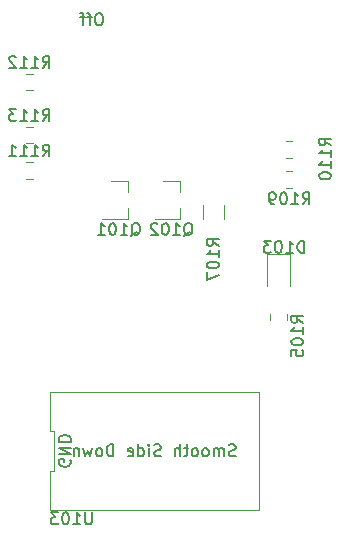
<source format=gbo>
G04 #@! TF.GenerationSoftware,KiCad,Pcbnew,(5.1.0-0)*
G04 #@! TF.CreationDate,2019-10-12T10:13:56-07:00*
G04 #@! TF.ProjectId,BB-Mainboard-0,42422d4d-6169-46e6-926f-6172642d302e,rev?*
G04 #@! TF.SameCoordinates,Original*
G04 #@! TF.FileFunction,Legend,Bot*
G04 #@! TF.FilePolarity,Positive*
%FSLAX46Y46*%
G04 Gerber Fmt 4.6, Leading zero omitted, Abs format (unit mm)*
G04 Created by KiCad (PCBNEW (5.1.0-0)) date 2019-10-12 10:13:56*
%MOMM*%
%LPD*%
G04 APERTURE LIST*
%ADD10C,0.150000*%
%ADD11C,0.120000*%
G04 APERTURE END LIST*
D10*
X115416666Y-37202380D02*
X115226190Y-37202380D01*
X115130952Y-37250000D01*
X115035714Y-37345238D01*
X114988095Y-37535714D01*
X114988095Y-37869047D01*
X115035714Y-38059523D01*
X115130952Y-38154761D01*
X115226190Y-38202380D01*
X115416666Y-38202380D01*
X115511904Y-38154761D01*
X115607142Y-38059523D01*
X115654761Y-37869047D01*
X115654761Y-37535714D01*
X115607142Y-37345238D01*
X115511904Y-37250000D01*
X115416666Y-37202380D01*
X114702380Y-37535714D02*
X114321428Y-37535714D01*
X114559523Y-38202380D02*
X114559523Y-37345238D01*
X114511904Y-37250000D01*
X114416666Y-37202380D01*
X114321428Y-37202380D01*
X114130952Y-37535714D02*
X113750000Y-37535714D01*
X113988095Y-38202380D02*
X113988095Y-37345238D01*
X113940476Y-37250000D01*
X113845238Y-37202380D01*
X113750000Y-37202380D01*
D11*
X111130000Y-72570001D02*
X111130000Y-69230001D01*
X111490000Y-72570001D02*
X111130000Y-72570001D01*
X111490000Y-75910000D02*
X111490000Y-72570001D01*
X111130000Y-75910000D02*
X111490000Y-75910000D01*
X111130000Y-79250000D02*
X111130000Y-75910000D01*
X128870000Y-79249999D02*
X111130000Y-79250000D01*
X128870000Y-69230000D02*
X128870000Y-79249999D01*
X111130000Y-69230001D02*
X128870000Y-69230000D01*
X122210000Y-51420000D02*
X120750000Y-51420000D01*
X122210000Y-54580000D02*
X120050000Y-54580000D01*
X122210000Y-54580000D02*
X122210000Y-53650000D01*
X122210000Y-51420000D02*
X122210000Y-52350000D01*
X117760000Y-51420000D02*
X116300000Y-51420000D01*
X117760000Y-54580000D02*
X115600000Y-54580000D01*
X117760000Y-54580000D02*
X117760000Y-53650000D01*
X117760000Y-51420000D02*
X117760000Y-52350000D01*
X109696078Y-48210000D02*
X109178922Y-48210000D01*
X109696078Y-46790000D02*
X109178922Y-46790000D01*
X109696078Y-43710000D02*
X109178922Y-43710000D01*
X109696078Y-42290000D02*
X109178922Y-42290000D01*
X109696078Y-51210000D02*
X109178922Y-51210000D01*
X109696078Y-49790000D02*
X109178922Y-49790000D01*
X131178922Y-48040000D02*
X131696078Y-48040000D01*
X131178922Y-49460000D02*
X131696078Y-49460000D01*
X131178922Y-50540000D02*
X131696078Y-50540000D01*
X131178922Y-51960000D02*
X131696078Y-51960000D01*
X124090000Y-54602064D02*
X124090000Y-53397936D01*
X125910000Y-54602064D02*
X125910000Y-53397936D01*
X129790000Y-63171491D02*
X129790000Y-62654335D01*
X131210000Y-63171491D02*
X131210000Y-62654335D01*
X131460000Y-57565000D02*
X131460000Y-60250000D01*
X129540000Y-57565000D02*
X131460000Y-57565000D01*
X129540000Y-60250000D02*
X129540000Y-57565000D01*
D10*
X114714285Y-79452380D02*
X114714285Y-80261904D01*
X114666666Y-80357142D01*
X114619047Y-80404761D01*
X114523809Y-80452380D01*
X114333333Y-80452380D01*
X114238095Y-80404761D01*
X114190476Y-80357142D01*
X114142857Y-80261904D01*
X114142857Y-79452380D01*
X113142857Y-80452380D02*
X113714285Y-80452380D01*
X113428571Y-80452380D02*
X113428571Y-79452380D01*
X113523809Y-79595238D01*
X113619047Y-79690476D01*
X113714285Y-79738095D01*
X112523809Y-79452380D02*
X112428571Y-79452380D01*
X112333333Y-79500000D01*
X112285714Y-79547619D01*
X112238095Y-79642857D01*
X112190476Y-79833333D01*
X112190476Y-80071428D01*
X112238095Y-80261904D01*
X112285714Y-80357142D01*
X112333333Y-80404761D01*
X112428571Y-80452380D01*
X112523809Y-80452380D01*
X112619047Y-80404761D01*
X112666666Y-80357142D01*
X112714285Y-80261904D01*
X112761904Y-80071428D01*
X112761904Y-79833333D01*
X112714285Y-79642857D01*
X112666666Y-79547619D01*
X112619047Y-79500000D01*
X112523809Y-79452380D01*
X111857142Y-79452380D02*
X111238095Y-79452380D01*
X111571428Y-79833333D01*
X111428571Y-79833333D01*
X111333333Y-79880952D01*
X111285714Y-79928571D01*
X111238095Y-80023809D01*
X111238095Y-80261904D01*
X111285714Y-80357142D01*
X111333333Y-80404761D01*
X111428571Y-80452380D01*
X111714285Y-80452380D01*
X111809523Y-80404761D01*
X111857142Y-80357142D01*
X112880000Y-75001904D02*
X112927619Y-75097142D01*
X112927619Y-75240000D01*
X112880000Y-75382857D01*
X112784761Y-75478095D01*
X112689523Y-75525714D01*
X112499047Y-75573333D01*
X112356190Y-75573333D01*
X112165714Y-75525714D01*
X112070476Y-75478095D01*
X111975238Y-75382857D01*
X111927619Y-75240000D01*
X111927619Y-75144761D01*
X111975238Y-75001904D01*
X112022857Y-74954285D01*
X112356190Y-74954285D01*
X112356190Y-75144761D01*
X111927619Y-74525714D02*
X112927619Y-74525714D01*
X111927619Y-73954285D01*
X112927619Y-73954285D01*
X111927619Y-73478095D02*
X112927619Y-73478095D01*
X112927619Y-73240000D01*
X112880000Y-73097142D01*
X112784761Y-73001904D01*
X112689523Y-72954285D01*
X112499047Y-72906666D01*
X112356190Y-72906666D01*
X112165714Y-72954285D01*
X112070476Y-73001904D01*
X111975238Y-73097142D01*
X111927619Y-73240000D01*
X111927619Y-73478095D01*
X126880952Y-74644761D02*
X126738095Y-74692380D01*
X126500000Y-74692380D01*
X126404761Y-74644761D01*
X126357142Y-74597142D01*
X126309523Y-74501904D01*
X126309523Y-74406666D01*
X126357142Y-74311428D01*
X126404761Y-74263809D01*
X126500000Y-74216190D01*
X126690476Y-74168571D01*
X126785714Y-74120952D01*
X126833333Y-74073333D01*
X126880952Y-73978095D01*
X126880952Y-73882857D01*
X126833333Y-73787619D01*
X126785714Y-73740000D01*
X126690476Y-73692380D01*
X126452380Y-73692380D01*
X126309523Y-73740000D01*
X125880952Y-74692380D02*
X125880952Y-74025714D01*
X125880952Y-74120952D02*
X125833333Y-74073333D01*
X125738095Y-74025714D01*
X125595238Y-74025714D01*
X125500000Y-74073333D01*
X125452380Y-74168571D01*
X125452380Y-74692380D01*
X125452380Y-74168571D02*
X125404761Y-74073333D01*
X125309523Y-74025714D01*
X125166666Y-74025714D01*
X125071428Y-74073333D01*
X125023809Y-74168571D01*
X125023809Y-74692380D01*
X124404761Y-74692380D02*
X124500000Y-74644761D01*
X124547619Y-74597142D01*
X124595238Y-74501904D01*
X124595238Y-74216190D01*
X124547619Y-74120952D01*
X124500000Y-74073333D01*
X124404761Y-74025714D01*
X124261904Y-74025714D01*
X124166666Y-74073333D01*
X124119047Y-74120952D01*
X124071428Y-74216190D01*
X124071428Y-74501904D01*
X124119047Y-74597142D01*
X124166666Y-74644761D01*
X124261904Y-74692380D01*
X124404761Y-74692380D01*
X123500000Y-74692380D02*
X123595238Y-74644761D01*
X123642857Y-74597142D01*
X123690476Y-74501904D01*
X123690476Y-74216190D01*
X123642857Y-74120952D01*
X123595238Y-74073333D01*
X123500000Y-74025714D01*
X123357142Y-74025714D01*
X123261904Y-74073333D01*
X123214285Y-74120952D01*
X123166666Y-74216190D01*
X123166666Y-74501904D01*
X123214285Y-74597142D01*
X123261904Y-74644761D01*
X123357142Y-74692380D01*
X123500000Y-74692380D01*
X122880952Y-74025714D02*
X122500000Y-74025714D01*
X122738095Y-73692380D02*
X122738095Y-74549523D01*
X122690476Y-74644761D01*
X122595238Y-74692380D01*
X122500000Y-74692380D01*
X122166666Y-74692380D02*
X122166666Y-73692380D01*
X121738095Y-74692380D02*
X121738095Y-74168571D01*
X121785714Y-74073333D01*
X121880952Y-74025714D01*
X122023809Y-74025714D01*
X122119047Y-74073333D01*
X122166666Y-74120952D01*
X120547619Y-74644761D02*
X120404761Y-74692380D01*
X120166666Y-74692380D01*
X120071428Y-74644761D01*
X120023809Y-74597142D01*
X119976190Y-74501904D01*
X119976190Y-74406666D01*
X120023809Y-74311428D01*
X120071428Y-74263809D01*
X120166666Y-74216190D01*
X120357142Y-74168571D01*
X120452380Y-74120952D01*
X120500000Y-74073333D01*
X120547619Y-73978095D01*
X120547619Y-73882857D01*
X120500000Y-73787619D01*
X120452380Y-73740000D01*
X120357142Y-73692380D01*
X120119047Y-73692380D01*
X119976190Y-73740000D01*
X119547619Y-74692380D02*
X119547619Y-74025714D01*
X119547619Y-73692380D02*
X119595238Y-73740000D01*
X119547619Y-73787619D01*
X119500000Y-73740000D01*
X119547619Y-73692380D01*
X119547619Y-73787619D01*
X118642857Y-74692380D02*
X118642857Y-73692380D01*
X118642857Y-74644761D02*
X118738095Y-74692380D01*
X118928571Y-74692380D01*
X119023809Y-74644761D01*
X119071428Y-74597142D01*
X119119047Y-74501904D01*
X119119047Y-74216190D01*
X119071428Y-74120952D01*
X119023809Y-74073333D01*
X118928571Y-74025714D01*
X118738095Y-74025714D01*
X118642857Y-74073333D01*
X117785714Y-74644761D02*
X117880952Y-74692380D01*
X118071428Y-74692380D01*
X118166666Y-74644761D01*
X118214285Y-74549523D01*
X118214285Y-74168571D01*
X118166666Y-74073333D01*
X118071428Y-74025714D01*
X117880952Y-74025714D01*
X117785714Y-74073333D01*
X117738095Y-74168571D01*
X117738095Y-74263809D01*
X118214285Y-74359047D01*
X116547619Y-74692380D02*
X116547619Y-73692380D01*
X116309523Y-73692380D01*
X116166666Y-73740000D01*
X116071428Y-73835238D01*
X116023809Y-73930476D01*
X115976190Y-74120952D01*
X115976190Y-74263809D01*
X116023809Y-74454285D01*
X116071428Y-74549523D01*
X116166666Y-74644761D01*
X116309523Y-74692380D01*
X116547619Y-74692380D01*
X115404761Y-74692380D02*
X115500000Y-74644761D01*
X115547619Y-74597142D01*
X115595238Y-74501904D01*
X115595238Y-74216190D01*
X115547619Y-74120952D01*
X115500000Y-74073333D01*
X115404761Y-74025714D01*
X115261904Y-74025714D01*
X115166666Y-74073333D01*
X115119047Y-74120952D01*
X115071428Y-74216190D01*
X115071428Y-74501904D01*
X115119047Y-74597142D01*
X115166666Y-74644761D01*
X115261904Y-74692380D01*
X115404761Y-74692380D01*
X114738095Y-74025714D02*
X114547619Y-74692380D01*
X114357142Y-74216190D01*
X114166666Y-74692380D01*
X113976190Y-74025714D01*
X113595238Y-74025714D02*
X113595238Y-74692380D01*
X113595238Y-74120952D02*
X113547619Y-74073333D01*
X113452380Y-74025714D01*
X113309523Y-74025714D01*
X113214285Y-74073333D01*
X113166666Y-74168571D01*
X113166666Y-74692380D01*
X122497619Y-56047619D02*
X122592857Y-56000000D01*
X122688095Y-55904761D01*
X122830952Y-55761904D01*
X122926190Y-55714285D01*
X123021428Y-55714285D01*
X122973809Y-55952380D02*
X123069047Y-55904761D01*
X123164285Y-55809523D01*
X123211904Y-55619047D01*
X123211904Y-55285714D01*
X123164285Y-55095238D01*
X123069047Y-55000000D01*
X122973809Y-54952380D01*
X122783333Y-54952380D01*
X122688095Y-55000000D01*
X122592857Y-55095238D01*
X122545238Y-55285714D01*
X122545238Y-55619047D01*
X122592857Y-55809523D01*
X122688095Y-55904761D01*
X122783333Y-55952380D01*
X122973809Y-55952380D01*
X121592857Y-55952380D02*
X122164285Y-55952380D01*
X121878571Y-55952380D02*
X121878571Y-54952380D01*
X121973809Y-55095238D01*
X122069047Y-55190476D01*
X122164285Y-55238095D01*
X120973809Y-54952380D02*
X120878571Y-54952380D01*
X120783333Y-55000000D01*
X120735714Y-55047619D01*
X120688095Y-55142857D01*
X120640476Y-55333333D01*
X120640476Y-55571428D01*
X120688095Y-55761904D01*
X120735714Y-55857142D01*
X120783333Y-55904761D01*
X120878571Y-55952380D01*
X120973809Y-55952380D01*
X121069047Y-55904761D01*
X121116666Y-55857142D01*
X121164285Y-55761904D01*
X121211904Y-55571428D01*
X121211904Y-55333333D01*
X121164285Y-55142857D01*
X121116666Y-55047619D01*
X121069047Y-55000000D01*
X120973809Y-54952380D01*
X120259523Y-55047619D02*
X120211904Y-55000000D01*
X120116666Y-54952380D01*
X119878571Y-54952380D01*
X119783333Y-55000000D01*
X119735714Y-55047619D01*
X119688095Y-55142857D01*
X119688095Y-55238095D01*
X119735714Y-55380952D01*
X120307142Y-55952380D01*
X119688095Y-55952380D01*
X118047619Y-56047619D02*
X118142857Y-56000000D01*
X118238095Y-55904761D01*
X118380952Y-55761904D01*
X118476190Y-55714285D01*
X118571428Y-55714285D01*
X118523809Y-55952380D02*
X118619047Y-55904761D01*
X118714285Y-55809523D01*
X118761904Y-55619047D01*
X118761904Y-55285714D01*
X118714285Y-55095238D01*
X118619047Y-55000000D01*
X118523809Y-54952380D01*
X118333333Y-54952380D01*
X118238095Y-55000000D01*
X118142857Y-55095238D01*
X118095238Y-55285714D01*
X118095238Y-55619047D01*
X118142857Y-55809523D01*
X118238095Y-55904761D01*
X118333333Y-55952380D01*
X118523809Y-55952380D01*
X117142857Y-55952380D02*
X117714285Y-55952380D01*
X117428571Y-55952380D02*
X117428571Y-54952380D01*
X117523809Y-55095238D01*
X117619047Y-55190476D01*
X117714285Y-55238095D01*
X116523809Y-54952380D02*
X116428571Y-54952380D01*
X116333333Y-55000000D01*
X116285714Y-55047619D01*
X116238095Y-55142857D01*
X116190476Y-55333333D01*
X116190476Y-55571428D01*
X116238095Y-55761904D01*
X116285714Y-55857142D01*
X116333333Y-55904761D01*
X116428571Y-55952380D01*
X116523809Y-55952380D01*
X116619047Y-55904761D01*
X116666666Y-55857142D01*
X116714285Y-55761904D01*
X116761904Y-55571428D01*
X116761904Y-55333333D01*
X116714285Y-55142857D01*
X116666666Y-55047619D01*
X116619047Y-55000000D01*
X116523809Y-54952380D01*
X115238095Y-55952380D02*
X115809523Y-55952380D01*
X115523809Y-55952380D02*
X115523809Y-54952380D01*
X115619047Y-55095238D01*
X115714285Y-55190476D01*
X115809523Y-55238095D01*
X110556547Y-46302380D02*
X110889880Y-45826190D01*
X111127976Y-46302380D02*
X111127976Y-45302380D01*
X110747023Y-45302380D01*
X110651785Y-45350000D01*
X110604166Y-45397619D01*
X110556547Y-45492857D01*
X110556547Y-45635714D01*
X110604166Y-45730952D01*
X110651785Y-45778571D01*
X110747023Y-45826190D01*
X111127976Y-45826190D01*
X109604166Y-46302380D02*
X110175595Y-46302380D01*
X109889880Y-46302380D02*
X109889880Y-45302380D01*
X109985119Y-45445238D01*
X110080357Y-45540476D01*
X110175595Y-45588095D01*
X108651785Y-46302380D02*
X109223214Y-46302380D01*
X108937500Y-46302380D02*
X108937500Y-45302380D01*
X109032738Y-45445238D01*
X109127976Y-45540476D01*
X109223214Y-45588095D01*
X108318452Y-45302380D02*
X107699404Y-45302380D01*
X108032738Y-45683333D01*
X107889880Y-45683333D01*
X107794642Y-45730952D01*
X107747023Y-45778571D01*
X107699404Y-45873809D01*
X107699404Y-46111904D01*
X107747023Y-46207142D01*
X107794642Y-46254761D01*
X107889880Y-46302380D01*
X108175595Y-46302380D01*
X108270833Y-46254761D01*
X108318452Y-46207142D01*
X110556547Y-41802380D02*
X110889880Y-41326190D01*
X111127976Y-41802380D02*
X111127976Y-40802380D01*
X110747023Y-40802380D01*
X110651785Y-40850000D01*
X110604166Y-40897619D01*
X110556547Y-40992857D01*
X110556547Y-41135714D01*
X110604166Y-41230952D01*
X110651785Y-41278571D01*
X110747023Y-41326190D01*
X111127976Y-41326190D01*
X109604166Y-41802380D02*
X110175595Y-41802380D01*
X109889880Y-41802380D02*
X109889880Y-40802380D01*
X109985119Y-40945238D01*
X110080357Y-41040476D01*
X110175595Y-41088095D01*
X108651785Y-41802380D02*
X109223214Y-41802380D01*
X108937500Y-41802380D02*
X108937500Y-40802380D01*
X109032738Y-40945238D01*
X109127976Y-41040476D01*
X109223214Y-41088095D01*
X108270833Y-40897619D02*
X108223214Y-40850000D01*
X108127976Y-40802380D01*
X107889880Y-40802380D01*
X107794642Y-40850000D01*
X107747023Y-40897619D01*
X107699404Y-40992857D01*
X107699404Y-41088095D01*
X107747023Y-41230952D01*
X108318452Y-41802380D01*
X107699404Y-41802380D01*
X110556547Y-49302380D02*
X110889880Y-48826190D01*
X111127976Y-49302380D02*
X111127976Y-48302380D01*
X110747023Y-48302380D01*
X110651785Y-48350000D01*
X110604166Y-48397619D01*
X110556547Y-48492857D01*
X110556547Y-48635714D01*
X110604166Y-48730952D01*
X110651785Y-48778571D01*
X110747023Y-48826190D01*
X111127976Y-48826190D01*
X109604166Y-49302380D02*
X110175595Y-49302380D01*
X109889880Y-49302380D02*
X109889880Y-48302380D01*
X109985119Y-48445238D01*
X110080357Y-48540476D01*
X110175595Y-48588095D01*
X108651785Y-49302380D02*
X109223214Y-49302380D01*
X108937500Y-49302380D02*
X108937500Y-48302380D01*
X109032738Y-48445238D01*
X109127976Y-48540476D01*
X109223214Y-48588095D01*
X107699404Y-49302380D02*
X108270833Y-49302380D01*
X107985119Y-49302380D02*
X107985119Y-48302380D01*
X108080357Y-48445238D01*
X108175595Y-48540476D01*
X108270833Y-48588095D01*
X134952380Y-48380952D02*
X134476190Y-48047619D01*
X134952380Y-47809523D02*
X133952380Y-47809523D01*
X133952380Y-48190476D01*
X134000000Y-48285714D01*
X134047619Y-48333333D01*
X134142857Y-48380952D01*
X134285714Y-48380952D01*
X134380952Y-48333333D01*
X134428571Y-48285714D01*
X134476190Y-48190476D01*
X134476190Y-47809523D01*
X134952380Y-49333333D02*
X134952380Y-48761904D01*
X134952380Y-49047619D02*
X133952380Y-49047619D01*
X134095238Y-48952380D01*
X134190476Y-48857142D01*
X134238095Y-48761904D01*
X134952380Y-50285714D02*
X134952380Y-49714285D01*
X134952380Y-50000000D02*
X133952380Y-50000000D01*
X134095238Y-49904761D01*
X134190476Y-49809523D01*
X134238095Y-49714285D01*
X133952380Y-50904761D02*
X133952380Y-51000000D01*
X134000000Y-51095238D01*
X134047619Y-51142857D01*
X134142857Y-51190476D01*
X134333333Y-51238095D01*
X134571428Y-51238095D01*
X134761904Y-51190476D01*
X134857142Y-51142857D01*
X134904761Y-51095238D01*
X134952380Y-51000000D01*
X134952380Y-50904761D01*
X134904761Y-50809523D01*
X134857142Y-50761904D01*
X134761904Y-50714285D01*
X134571428Y-50666666D01*
X134333333Y-50666666D01*
X134142857Y-50714285D01*
X134047619Y-50761904D01*
X134000000Y-50809523D01*
X133952380Y-50904761D01*
X132556547Y-53352380D02*
X132889880Y-52876190D01*
X133127976Y-53352380D02*
X133127976Y-52352380D01*
X132747023Y-52352380D01*
X132651785Y-52400000D01*
X132604166Y-52447619D01*
X132556547Y-52542857D01*
X132556547Y-52685714D01*
X132604166Y-52780952D01*
X132651785Y-52828571D01*
X132747023Y-52876190D01*
X133127976Y-52876190D01*
X131604166Y-53352380D02*
X132175595Y-53352380D01*
X131889880Y-53352380D02*
X131889880Y-52352380D01*
X131985119Y-52495238D01*
X132080357Y-52590476D01*
X132175595Y-52638095D01*
X130985119Y-52352380D02*
X130889880Y-52352380D01*
X130794642Y-52400000D01*
X130747023Y-52447619D01*
X130699404Y-52542857D01*
X130651785Y-52733333D01*
X130651785Y-52971428D01*
X130699404Y-53161904D01*
X130747023Y-53257142D01*
X130794642Y-53304761D01*
X130889880Y-53352380D01*
X130985119Y-53352380D01*
X131080357Y-53304761D01*
X131127976Y-53257142D01*
X131175595Y-53161904D01*
X131223214Y-52971428D01*
X131223214Y-52733333D01*
X131175595Y-52542857D01*
X131127976Y-52447619D01*
X131080357Y-52400000D01*
X130985119Y-52352380D01*
X130175595Y-53352380D02*
X129985119Y-53352380D01*
X129889880Y-53304761D01*
X129842261Y-53257142D01*
X129747023Y-53114285D01*
X129699404Y-52923809D01*
X129699404Y-52542857D01*
X129747023Y-52447619D01*
X129794642Y-52400000D01*
X129889880Y-52352380D01*
X130080357Y-52352380D01*
X130175595Y-52400000D01*
X130223214Y-52447619D01*
X130270833Y-52542857D01*
X130270833Y-52780952D01*
X130223214Y-52876190D01*
X130175595Y-52923809D01*
X130080357Y-52971428D01*
X129889880Y-52971428D01*
X129794642Y-52923809D01*
X129747023Y-52876190D01*
X129699404Y-52780952D01*
X125452380Y-56880952D02*
X124976190Y-56547619D01*
X125452380Y-56309523D02*
X124452380Y-56309523D01*
X124452380Y-56690476D01*
X124500000Y-56785714D01*
X124547619Y-56833333D01*
X124642857Y-56880952D01*
X124785714Y-56880952D01*
X124880952Y-56833333D01*
X124928571Y-56785714D01*
X124976190Y-56690476D01*
X124976190Y-56309523D01*
X125452380Y-57833333D02*
X125452380Y-57261904D01*
X125452380Y-57547619D02*
X124452380Y-57547619D01*
X124595238Y-57452380D01*
X124690476Y-57357142D01*
X124738095Y-57261904D01*
X124452380Y-58452380D02*
X124452380Y-58547619D01*
X124500000Y-58642857D01*
X124547619Y-58690476D01*
X124642857Y-58738095D01*
X124833333Y-58785714D01*
X125071428Y-58785714D01*
X125261904Y-58738095D01*
X125357142Y-58690476D01*
X125404761Y-58642857D01*
X125452380Y-58547619D01*
X125452380Y-58452380D01*
X125404761Y-58357142D01*
X125357142Y-58309523D01*
X125261904Y-58261904D01*
X125071428Y-58214285D01*
X124833333Y-58214285D01*
X124642857Y-58261904D01*
X124547619Y-58309523D01*
X124500000Y-58357142D01*
X124452380Y-58452380D01*
X124452380Y-59119047D02*
X124452380Y-59785714D01*
X125452380Y-59357142D01*
X132602380Y-63380952D02*
X132126190Y-63047619D01*
X132602380Y-62809523D02*
X131602380Y-62809523D01*
X131602380Y-63190476D01*
X131650000Y-63285714D01*
X131697619Y-63333333D01*
X131792857Y-63380952D01*
X131935714Y-63380952D01*
X132030952Y-63333333D01*
X132078571Y-63285714D01*
X132126190Y-63190476D01*
X132126190Y-62809523D01*
X132602380Y-64333333D02*
X132602380Y-63761904D01*
X132602380Y-64047619D02*
X131602380Y-64047619D01*
X131745238Y-63952380D01*
X131840476Y-63857142D01*
X131888095Y-63761904D01*
X131602380Y-64952380D02*
X131602380Y-65047619D01*
X131650000Y-65142857D01*
X131697619Y-65190476D01*
X131792857Y-65238095D01*
X131983333Y-65285714D01*
X132221428Y-65285714D01*
X132411904Y-65238095D01*
X132507142Y-65190476D01*
X132554761Y-65142857D01*
X132602380Y-65047619D01*
X132602380Y-64952380D01*
X132554761Y-64857142D01*
X132507142Y-64809523D01*
X132411904Y-64761904D01*
X132221428Y-64714285D01*
X131983333Y-64714285D01*
X131792857Y-64761904D01*
X131697619Y-64809523D01*
X131650000Y-64857142D01*
X131602380Y-64952380D01*
X131602380Y-66190476D02*
X131602380Y-65714285D01*
X132078571Y-65666666D01*
X132030952Y-65714285D01*
X131983333Y-65809523D01*
X131983333Y-66047619D01*
X132030952Y-66142857D01*
X132078571Y-66190476D01*
X132173809Y-66238095D01*
X132411904Y-66238095D01*
X132507142Y-66190476D01*
X132554761Y-66142857D01*
X132602380Y-66047619D01*
X132602380Y-65809523D01*
X132554761Y-65714285D01*
X132507142Y-65666666D01*
X132690476Y-57452380D02*
X132690476Y-56452380D01*
X132452380Y-56452380D01*
X132309523Y-56500000D01*
X132214285Y-56595238D01*
X132166666Y-56690476D01*
X132119047Y-56880952D01*
X132119047Y-57023809D01*
X132166666Y-57214285D01*
X132214285Y-57309523D01*
X132309523Y-57404761D01*
X132452380Y-57452380D01*
X132690476Y-57452380D01*
X131166666Y-57452380D02*
X131738095Y-57452380D01*
X131452380Y-57452380D02*
X131452380Y-56452380D01*
X131547619Y-56595238D01*
X131642857Y-56690476D01*
X131738095Y-56738095D01*
X130547619Y-56452380D02*
X130452380Y-56452380D01*
X130357142Y-56500000D01*
X130309523Y-56547619D01*
X130261904Y-56642857D01*
X130214285Y-56833333D01*
X130214285Y-57071428D01*
X130261904Y-57261904D01*
X130309523Y-57357142D01*
X130357142Y-57404761D01*
X130452380Y-57452380D01*
X130547619Y-57452380D01*
X130642857Y-57404761D01*
X130690476Y-57357142D01*
X130738095Y-57261904D01*
X130785714Y-57071428D01*
X130785714Y-56833333D01*
X130738095Y-56642857D01*
X130690476Y-56547619D01*
X130642857Y-56500000D01*
X130547619Y-56452380D01*
X129880952Y-56452380D02*
X129261904Y-56452380D01*
X129595238Y-56833333D01*
X129452380Y-56833333D01*
X129357142Y-56880952D01*
X129309523Y-56928571D01*
X129261904Y-57023809D01*
X129261904Y-57261904D01*
X129309523Y-57357142D01*
X129357142Y-57404761D01*
X129452380Y-57452380D01*
X129738095Y-57452380D01*
X129833333Y-57404761D01*
X129880952Y-57357142D01*
M02*

</source>
